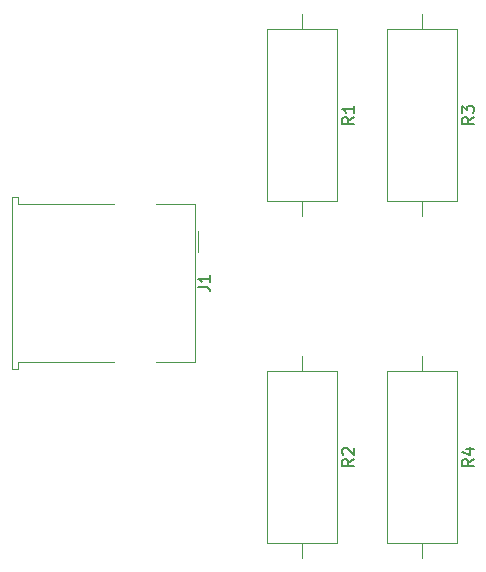
<source format=gbr>
%TF.GenerationSoftware,KiCad,Pcbnew,(6.0.7-1)-1*%
%TF.CreationDate,2022-09-01T10:05:59+09:00*%
%TF.ProjectId,Battery,42617474-6572-4792-9e6b-696361645f70,rev?*%
%TF.SameCoordinates,Original*%
%TF.FileFunction,Legend,Top*%
%TF.FilePolarity,Positive*%
%FSLAX46Y46*%
G04 Gerber Fmt 4.6, Leading zero omitted, Abs format (unit mm)*
G04 Created by KiCad (PCBNEW (6.0.7-1)-1) date 2022-09-01 10:05:59*
%MOMM*%
%LPD*%
G01*
G04 APERTURE LIST*
%ADD10C,0.150000*%
%ADD11C,0.120000*%
G04 APERTURE END LIST*
D10*
%TO.C,R4*%
X194414380Y-128944666D02*
X193938190Y-129278000D01*
X194414380Y-129516095D02*
X193414380Y-129516095D01*
X193414380Y-129135142D01*
X193462000Y-129039904D01*
X193509619Y-128992285D01*
X193604857Y-128944666D01*
X193747714Y-128944666D01*
X193842952Y-128992285D01*
X193890571Y-129039904D01*
X193938190Y-129135142D01*
X193938190Y-129516095D01*
X193747714Y-128087523D02*
X194414380Y-128087523D01*
X193366761Y-128325619D02*
X194081047Y-128563714D01*
X194081047Y-127944666D01*
%TO.C,R3*%
X194414380Y-99988666D02*
X193938190Y-100322000D01*
X194414380Y-100560095D02*
X193414380Y-100560095D01*
X193414380Y-100179142D01*
X193462000Y-100083904D01*
X193509619Y-100036285D01*
X193604857Y-99988666D01*
X193747714Y-99988666D01*
X193842952Y-100036285D01*
X193890571Y-100083904D01*
X193938190Y-100179142D01*
X193938190Y-100560095D01*
X193414380Y-99655333D02*
X193414380Y-99036285D01*
X193795333Y-99369619D01*
X193795333Y-99226761D01*
X193842952Y-99131523D01*
X193890571Y-99083904D01*
X193985809Y-99036285D01*
X194223904Y-99036285D01*
X194319142Y-99083904D01*
X194366761Y-99131523D01*
X194414380Y-99226761D01*
X194414380Y-99512476D01*
X194366761Y-99607714D01*
X194319142Y-99655333D01*
%TO.C,R2*%
X184254380Y-128944666D02*
X183778190Y-129278000D01*
X184254380Y-129516095D02*
X183254380Y-129516095D01*
X183254380Y-129135142D01*
X183302000Y-129039904D01*
X183349619Y-128992285D01*
X183444857Y-128944666D01*
X183587714Y-128944666D01*
X183682952Y-128992285D01*
X183730571Y-129039904D01*
X183778190Y-129135142D01*
X183778190Y-129516095D01*
X183349619Y-128563714D02*
X183302000Y-128516095D01*
X183254380Y-128420857D01*
X183254380Y-128182761D01*
X183302000Y-128087523D01*
X183349619Y-128039904D01*
X183444857Y-127992285D01*
X183540095Y-127992285D01*
X183682952Y-128039904D01*
X184254380Y-128611333D01*
X184254380Y-127992285D01*
%TO.C,R1*%
X184254380Y-99988666D02*
X183778190Y-100322000D01*
X184254380Y-100560095D02*
X183254380Y-100560095D01*
X183254380Y-100179142D01*
X183302000Y-100083904D01*
X183349619Y-100036285D01*
X183444857Y-99988666D01*
X183587714Y-99988666D01*
X183682952Y-100036285D01*
X183730571Y-100083904D01*
X183778190Y-100179142D01*
X183778190Y-100560095D01*
X184254380Y-99036285D02*
X184254380Y-99607714D01*
X184254380Y-99322000D02*
X183254380Y-99322000D01*
X183397238Y-99417238D01*
X183492476Y-99512476D01*
X183540095Y-99607714D01*
%TO.C,J1*%
X171070380Y-114379333D02*
X171784666Y-114379333D01*
X171927523Y-114426952D01*
X172022761Y-114522190D01*
X172070380Y-114665047D01*
X172070380Y-114760285D01*
X172070380Y-113379333D02*
X172070380Y-113950761D01*
X172070380Y-113665047D02*
X171070380Y-113665047D01*
X171213238Y-113760285D01*
X171308476Y-113855523D01*
X171356095Y-113950761D01*
D11*
%TO.C,R4*%
X189992000Y-120258000D02*
X189992000Y-121508000D01*
X192962000Y-136048000D02*
X192962000Y-121508000D01*
X187022000Y-136048000D02*
X192962000Y-136048000D01*
X189992000Y-137298000D02*
X189992000Y-136048000D01*
X192962000Y-121508000D02*
X187022000Y-121508000D01*
X187022000Y-121508000D02*
X187022000Y-136048000D01*
%TO.C,R3*%
X189992000Y-91302000D02*
X189992000Y-92552000D01*
X192962000Y-107092000D02*
X192962000Y-92552000D01*
X187022000Y-107092000D02*
X192962000Y-107092000D01*
X189992000Y-108342000D02*
X189992000Y-107092000D01*
X192962000Y-92552000D02*
X187022000Y-92552000D01*
X187022000Y-92552000D02*
X187022000Y-107092000D01*
%TO.C,R2*%
X179832000Y-120258000D02*
X179832000Y-121508000D01*
X182802000Y-136048000D02*
X182802000Y-121508000D01*
X176862000Y-136048000D02*
X182802000Y-136048000D01*
X179832000Y-137298000D02*
X179832000Y-136048000D01*
X182802000Y-121508000D02*
X176862000Y-121508000D01*
X176862000Y-121508000D02*
X176862000Y-136048000D01*
%TO.C,R1*%
X179832000Y-91302000D02*
X179832000Y-92552000D01*
X182802000Y-107092000D02*
X182802000Y-92552000D01*
X176862000Y-107092000D02*
X182802000Y-107092000D01*
X179832000Y-108342000D02*
X179832000Y-107092000D01*
X182802000Y-92552000D02*
X176862000Y-92552000D01*
X176862000Y-92552000D02*
X176862000Y-107092000D01*
%TO.C,J1*%
X170808000Y-120706000D02*
X167478000Y-120706000D01*
X155848000Y-107386000D02*
X163958000Y-107386000D01*
X171028000Y-109646000D02*
X171028000Y-111446000D01*
X155848000Y-107386000D02*
X155848000Y-106736000D01*
X170808000Y-107386000D02*
X170808000Y-120706000D01*
X155328000Y-121356000D02*
X155848000Y-121356000D01*
X155848000Y-121356000D02*
X155848000Y-120706000D01*
X155848000Y-106736000D02*
X155328000Y-106736000D01*
X163958000Y-120706000D02*
X155848000Y-120706000D01*
X155328000Y-106736000D02*
X155328000Y-121356000D01*
X170808000Y-107386000D02*
X167478000Y-107386000D01*
%TD*%
M02*

</source>
